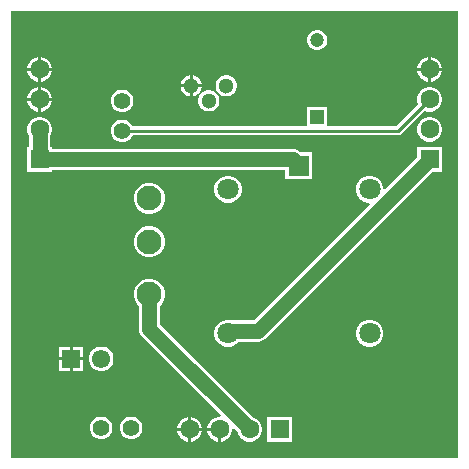
<source format=gbl>
G04*
G04 #@! TF.GenerationSoftware,Altium Limited,Altium Designer,21.8.1 (53)*
G04*
G04 Layer_Physical_Order=2*
G04 Layer_Color=16711680*
%FSLAX25Y25*%
%MOIN*%
G70*
G04*
G04 #@! TF.SameCoordinates,F694C61F-55F7-4EF8-90FC-B60A50DA021C*
G04*
G04*
G04 #@! TF.FilePolarity,Positive*
G04*
G01*
G75*
%ADD10C,0.01000*%
%ADD13R,0.07100X0.07100*%
%ADD14C,0.07100*%
%ADD23C,0.04724*%
%ADD24R,0.04724X0.04724*%
%ADD25C,0.05000*%
%ADD26C,0.05512*%
%ADD27C,0.08268*%
%ADD28C,0.06299*%
%ADD29R,0.06299X0.06299*%
%ADD30R,0.06299X0.06299*%
%ADD31C,0.06102*%
%ADD32R,0.06102X0.06102*%
%ADD33C,0.05118*%
G36*
X149500Y500D02*
X500D01*
Y149500D01*
X149500D01*
Y500D01*
D02*
G37*
%LPC*%
G36*
X102943Y143157D02*
X102057D01*
X101202Y142928D01*
X100436Y142486D01*
X99810Y141860D01*
X99367Y141093D01*
X99138Y140238D01*
Y139353D01*
X99367Y138497D01*
X99810Y137731D01*
X100436Y137105D01*
X101202Y136662D01*
X102057Y136433D01*
X102943D01*
X103798Y136662D01*
X104564Y137105D01*
X105190Y137731D01*
X105633Y138497D01*
X105862Y139353D01*
Y140238D01*
X105633Y141093D01*
X105190Y141860D01*
X104564Y142486D01*
X103798Y142928D01*
X102943Y143157D01*
D02*
G37*
G36*
X140546Y134150D02*
X140500D01*
Y130500D01*
X144150D01*
Y130546D01*
X143867Y131602D01*
X143321Y132548D01*
X142548Y133320D01*
X141602Y133867D01*
X140546Y134150D01*
D02*
G37*
G36*
X10546D02*
X10500D01*
Y130500D01*
X14150D01*
Y130546D01*
X13867Y131602D01*
X13320Y132548D01*
X12548Y133320D01*
X11602Y133867D01*
X10546Y134150D01*
D02*
G37*
G36*
X9500D02*
X9454D01*
X8398Y133867D01*
X7452Y133320D01*
X6679Y132548D01*
X6133Y131602D01*
X5850Y130546D01*
Y130500D01*
X9500D01*
Y134150D01*
D02*
G37*
G36*
X139500D02*
X139454D01*
X138398Y133867D01*
X137452Y133320D01*
X136679Y132548D01*
X136133Y131602D01*
X135850Y130546D01*
Y130500D01*
X139500D01*
Y134150D01*
D02*
G37*
G36*
X144150Y129500D02*
X140500D01*
Y125850D01*
X140546D01*
X141602Y126133D01*
X142548Y126680D01*
X143321Y127452D01*
X143867Y128398D01*
X144150Y129454D01*
Y129500D01*
D02*
G37*
G36*
X139500D02*
X135850D01*
Y129454D01*
X136133Y128398D01*
X136679Y127452D01*
X137452Y126680D01*
X138398Y126133D01*
X139454Y125850D01*
X139500D01*
Y129500D01*
D02*
G37*
G36*
X14150D02*
X10500D01*
Y125850D01*
X10546D01*
X11602Y126133D01*
X12548Y126680D01*
X13320Y127452D01*
X13867Y128398D01*
X14150Y129454D01*
Y129500D01*
D02*
G37*
G36*
X9500D02*
X5850D01*
Y129454D01*
X6133Y128398D01*
X6679Y127452D01*
X7452Y126680D01*
X8398Y126133D01*
X9454Y125850D01*
X9500D01*
Y129500D01*
D02*
G37*
G36*
X61000Y128051D02*
Y125000D01*
X64051D01*
X63816Y125874D01*
X63348Y126685D01*
X62685Y127348D01*
X61874Y127816D01*
X61000Y128051D01*
D02*
G37*
G36*
X60000D02*
X59126Y127816D01*
X58315Y127348D01*
X57652Y126685D01*
X57183Y125874D01*
X56949Y125000D01*
X60000D01*
Y128051D01*
D02*
G37*
G36*
X64051Y124000D02*
X61000D01*
Y120949D01*
X61874Y121184D01*
X62685Y121652D01*
X63348Y122315D01*
X63816Y123126D01*
X64051Y124000D01*
D02*
G37*
G36*
X60000D02*
X56949D01*
X57183Y123126D01*
X57652Y122315D01*
X58315Y121652D01*
X59126Y121184D01*
X60000Y120949D01*
Y124000D01*
D02*
G37*
G36*
X72662Y128059D02*
X71724D01*
X70819Y127816D01*
X70008Y127348D01*
X69345Y126685D01*
X68876Y125874D01*
X68634Y124969D01*
Y124031D01*
X68876Y123126D01*
X69345Y122315D01*
X70008Y121652D01*
X70819Y121184D01*
X71724Y120941D01*
X72662D01*
X73567Y121184D01*
X74378Y121652D01*
X75041Y122315D01*
X75509Y123126D01*
X75752Y124031D01*
Y124969D01*
X75509Y125874D01*
X75041Y126685D01*
X74378Y127348D01*
X73567Y127816D01*
X72662Y128059D01*
D02*
G37*
G36*
X10546Y124150D02*
X10500D01*
Y120500D01*
X14150D01*
Y120546D01*
X13867Y121602D01*
X13320Y122548D01*
X12548Y123320D01*
X11602Y123867D01*
X10546Y124150D01*
D02*
G37*
G36*
X9500D02*
X9454D01*
X8398Y123867D01*
X7452Y123320D01*
X6679Y122548D01*
X6133Y121602D01*
X5850Y120546D01*
Y120500D01*
X9500D01*
Y124150D01*
D02*
G37*
G36*
X66815Y123059D02*
X65878D01*
X64973Y122817D01*
X64161Y122348D01*
X63499Y121685D01*
X63030Y120874D01*
X62787Y119969D01*
Y119031D01*
X63030Y118126D01*
X63499Y117315D01*
X64161Y116652D01*
X64973Y116183D01*
X65878Y115941D01*
X66815D01*
X67720Y116183D01*
X68532Y116652D01*
X69194Y117315D01*
X69663Y118126D01*
X69906Y119031D01*
Y119969D01*
X69663Y120874D01*
X69194Y121685D01*
X68532Y122348D01*
X67720Y122817D01*
X66815Y123059D01*
D02*
G37*
G36*
X14150Y119500D02*
X10500D01*
Y115850D01*
X10546D01*
X11602Y116133D01*
X12548Y116680D01*
X13320Y117452D01*
X13867Y118398D01*
X14150Y119454D01*
Y119500D01*
D02*
G37*
G36*
X9500D02*
X5850D01*
Y119454D01*
X6133Y118398D01*
X6679Y117452D01*
X7452Y116680D01*
X8398Y116133D01*
X9454Y115850D01*
X9500D01*
Y119500D01*
D02*
G37*
G36*
X37995Y123256D02*
X37005D01*
X36050Y123000D01*
X35194Y122505D01*
X34495Y121806D01*
X34000Y120950D01*
X33744Y119994D01*
Y119006D01*
X34000Y118050D01*
X34495Y117194D01*
X35194Y116495D01*
X36050Y116000D01*
X37005Y115744D01*
X37995D01*
X38950Y116000D01*
X39806Y116495D01*
X40505Y117194D01*
X41000Y118050D01*
X41256Y119006D01*
Y119994D01*
X41000Y120950D01*
X40505Y121806D01*
X39806Y122505D01*
X38950Y123000D01*
X37995Y123256D01*
D02*
G37*
G36*
X140546Y124150D02*
X139454D01*
X138398Y123867D01*
X137452Y123320D01*
X136679Y122548D01*
X136133Y121602D01*
X135850Y120546D01*
Y119454D01*
X136133Y118398D01*
X136171Y118333D01*
X128867Y111029D01*
X105862D01*
Y117567D01*
X99138D01*
Y111029D01*
X40954D01*
X40505Y111806D01*
X39806Y112505D01*
X38950Y113000D01*
X37995Y113256D01*
X37005D01*
X36050Y113000D01*
X35194Y112505D01*
X34495Y111806D01*
X34000Y110950D01*
X33744Y109994D01*
Y109005D01*
X34000Y108050D01*
X34495Y107194D01*
X35194Y106494D01*
X36050Y106000D01*
X37005Y105744D01*
X37995D01*
X38950Y106000D01*
X39806Y106494D01*
X40505Y107194D01*
X40954Y107971D01*
X129500D01*
X130085Y108087D01*
X130581Y108419D01*
X138333Y116171D01*
X138398Y116133D01*
X139454Y115850D01*
X140546D01*
X141602Y116133D01*
X142548Y116680D01*
X143321Y117452D01*
X143867Y118398D01*
X144150Y119454D01*
Y120546D01*
X143867Y121602D01*
X143321Y122548D01*
X142548Y123320D01*
X141602Y123867D01*
X140546Y124150D01*
D02*
G37*
G36*
Y114150D02*
X139454D01*
X138398Y113867D01*
X137452Y113321D01*
X136679Y112548D01*
X136133Y111602D01*
X135850Y110546D01*
Y109454D01*
X136133Y108398D01*
X136679Y107452D01*
X137452Y106679D01*
X138398Y106133D01*
X139454Y105850D01*
X140546D01*
X141602Y106133D01*
X142548Y106679D01*
X143321Y107452D01*
X143867Y108398D01*
X144150Y109454D01*
Y110546D01*
X143867Y111602D01*
X143321Y112548D01*
X142548Y113321D01*
X141602Y113867D01*
X140546Y114150D01*
D02*
G37*
G36*
X10546D02*
X9454D01*
X8398Y113867D01*
X7452Y113321D01*
X6679Y112548D01*
X6133Y111602D01*
X5850Y110546D01*
Y109454D01*
X6133Y108398D01*
X6470Y107815D01*
Y104150D01*
X5850D01*
Y95850D01*
X14150D01*
Y96470D01*
X91828D01*
Y93352D01*
X100928D01*
Y102452D01*
X96820D01*
X96776Y102496D01*
X96045Y103057D01*
X95194Y103410D01*
X94280Y103530D01*
X14150D01*
Y104150D01*
X13530D01*
Y107815D01*
X13867Y108398D01*
X14150Y109454D01*
Y110546D01*
X13867Y111602D01*
X13320Y112548D01*
X12548Y113321D01*
X11602Y113867D01*
X10546Y114150D01*
D02*
G37*
G36*
X144150Y104150D02*
X135850D01*
Y100843D01*
X125012Y90004D01*
X124550Y90196D01*
Y90627D01*
X124240Y91785D01*
X123641Y92822D01*
X122794Y93669D01*
X121756Y94268D01*
X120599Y94578D01*
X119401D01*
X118244Y94268D01*
X117206Y93669D01*
X116359Y92822D01*
X115760Y91785D01*
X115450Y90627D01*
Y89429D01*
X115760Y88272D01*
X116359Y87235D01*
X117206Y86387D01*
X118244Y85788D01*
X119401Y85478D01*
X119833D01*
X120024Y85016D01*
X81295Y46287D01*
X74335D01*
X73355Y46550D01*
X72157D01*
X71000Y46240D01*
X69962Y45641D01*
X69115Y44794D01*
X68516Y43756D01*
X68206Y42599D01*
Y41401D01*
X68516Y40244D01*
X69115Y39206D01*
X69962Y38359D01*
X71000Y37760D01*
X72157Y37450D01*
X73355D01*
X74512Y37760D01*
X75550Y38359D01*
X76397Y39206D01*
X76409Y39227D01*
X82757D01*
X83671Y39347D01*
X84522Y39700D01*
X85253Y40261D01*
X140843Y95850D01*
X144150D01*
Y104150D01*
D02*
G37*
G36*
X73355Y94578D02*
X72157D01*
X71000Y94268D01*
X69962Y93669D01*
X69115Y92822D01*
X68516Y91785D01*
X68206Y90627D01*
Y89429D01*
X68516Y88272D01*
X69115Y87235D01*
X69962Y86387D01*
X71000Y85788D01*
X72157Y85478D01*
X73355D01*
X74512Y85788D01*
X75550Y86387D01*
X76397Y87235D01*
X76996Y88272D01*
X77306Y89429D01*
Y90627D01*
X76996Y91785D01*
X76397Y92822D01*
X75550Y93669D01*
X74512Y94268D01*
X73355Y94578D01*
D02*
G37*
G36*
X47176Y92134D02*
X45824D01*
X44518Y91784D01*
X43348Y91108D01*
X42392Y90152D01*
X41716Y88982D01*
X41366Y87676D01*
Y86324D01*
X41716Y85018D01*
X42392Y83848D01*
X43348Y82892D01*
X44518Y82216D01*
X45824Y81866D01*
X47176D01*
X48482Y82216D01*
X49652Y82892D01*
X50608Y83848D01*
X51284Y85018D01*
X51634Y86324D01*
Y87676D01*
X51284Y88982D01*
X50608Y90152D01*
X49652Y91108D01*
X48482Y91784D01*
X47176Y92134D01*
D02*
G37*
G36*
Y77634D02*
X45824D01*
X44518Y77284D01*
X43348Y76608D01*
X42392Y75652D01*
X41716Y74482D01*
X41366Y73176D01*
Y71824D01*
X41716Y70518D01*
X42392Y69348D01*
X43348Y68392D01*
X44518Y67716D01*
X45824Y67366D01*
X47176D01*
X48482Y67716D01*
X49652Y68392D01*
X50608Y69348D01*
X51284Y70518D01*
X51634Y71824D01*
Y73176D01*
X51284Y74482D01*
X50608Y75652D01*
X49652Y76608D01*
X48482Y77284D01*
X47176Y77634D01*
D02*
G37*
G36*
X120599Y46550D02*
X119401D01*
X118244Y46240D01*
X117206Y45641D01*
X116359Y44794D01*
X115760Y43756D01*
X115450Y42599D01*
Y41401D01*
X115760Y40244D01*
X116359Y39206D01*
X117206Y38359D01*
X118244Y37760D01*
X119401Y37450D01*
X120599D01*
X121756Y37760D01*
X122794Y38359D01*
X123641Y39206D01*
X124240Y40244D01*
X124550Y41401D01*
Y42599D01*
X124240Y43756D01*
X123641Y44794D01*
X122794Y45641D01*
X121756Y46240D01*
X120599Y46550D01*
D02*
G37*
G36*
X24551Y37551D02*
X21000D01*
Y34000D01*
X24551D01*
Y37551D01*
D02*
G37*
G36*
X20000D02*
X16449D01*
Y34000D01*
X20000D01*
Y37551D01*
D02*
G37*
G36*
X31033D02*
X29967D01*
X28936Y37275D01*
X28012Y36742D01*
X27258Y35987D01*
X26725Y35064D01*
X26449Y34033D01*
Y32967D01*
X26725Y31936D01*
X27258Y31012D01*
X28012Y30258D01*
X28936Y29725D01*
X29967Y29449D01*
X31033D01*
X32064Y29725D01*
X32987Y30258D01*
X33742Y31012D01*
X34275Y31936D01*
X34551Y32967D01*
Y34033D01*
X34275Y35064D01*
X33742Y35987D01*
X32987Y36742D01*
X32064Y37275D01*
X31033Y37551D01*
D02*
G37*
G36*
X24551Y33000D02*
X21000D01*
Y29449D01*
X24551D01*
Y33000D01*
D02*
G37*
G36*
X20000D02*
X16449D01*
Y29449D01*
X20000D01*
Y33000D01*
D02*
G37*
G36*
X60546Y14150D02*
X60500D01*
Y10500D01*
X64150D01*
Y10546D01*
X63867Y11602D01*
X63320Y12548D01*
X62548Y13320D01*
X61602Y13867D01*
X60546Y14150D01*
D02*
G37*
G36*
X59500D02*
X59454D01*
X58398Y13867D01*
X57452Y13320D01*
X56679Y12548D01*
X56133Y11602D01*
X55850Y10546D01*
Y10500D01*
X59500D01*
Y14150D01*
D02*
G37*
G36*
X40995Y14256D02*
X40005D01*
X39050Y14000D01*
X38194Y13506D01*
X37495Y12806D01*
X37000Y11950D01*
X36744Y10994D01*
Y10006D01*
X37000Y9050D01*
X37495Y8194D01*
X38194Y7495D01*
X39050Y7000D01*
X40005Y6744D01*
X40995D01*
X41950Y7000D01*
X42806Y7495D01*
X43505Y8194D01*
X44000Y9050D01*
X44256Y10006D01*
Y10994D01*
X44000Y11950D01*
X43505Y12806D01*
X42806Y13506D01*
X41950Y14000D01*
X40995Y14256D01*
D02*
G37*
G36*
X30994D02*
X30005D01*
X29050Y14000D01*
X28194Y13506D01*
X27494Y12806D01*
X27000Y11950D01*
X26744Y10994D01*
Y10006D01*
X27000Y9050D01*
X27494Y8194D01*
X28194Y7495D01*
X29050Y7000D01*
X30005Y6744D01*
X30994D01*
X31950Y7000D01*
X32806Y7495D01*
X33505Y8194D01*
X34000Y9050D01*
X34256Y10006D01*
Y10994D01*
X34000Y11950D01*
X33505Y12806D01*
X32806Y13506D01*
X31950Y14000D01*
X30994Y14256D01*
D02*
G37*
G36*
X94150Y14150D02*
X85850D01*
Y5850D01*
X94150D01*
Y14150D01*
D02*
G37*
G36*
X47176Y60134D02*
X45824D01*
X44518Y59784D01*
X43348Y59108D01*
X42392Y58152D01*
X41716Y56982D01*
X41366Y55676D01*
Y54324D01*
X41716Y53018D01*
X42392Y51848D01*
X42970Y51270D01*
Y43500D01*
X43090Y42586D01*
X43443Y41735D01*
X44004Y41004D01*
X70358Y14650D01*
X70151Y14150D01*
X69454D01*
X68398Y13867D01*
X67452Y13320D01*
X66680Y12548D01*
X66133Y11602D01*
X65850Y10546D01*
Y10500D01*
X70000D01*
Y10000D01*
X70500D01*
Y5850D01*
X70546D01*
X71602Y6133D01*
X72548Y6679D01*
X73321Y7452D01*
X73867Y8398D01*
X74150Y9454D01*
Y10151D01*
X74650Y10358D01*
X75959Y9049D01*
X76133Y8398D01*
X76679Y7452D01*
X77452Y6679D01*
X78398Y6133D01*
X79454Y5850D01*
X80546D01*
X81602Y6133D01*
X82548Y6679D01*
X83320Y7452D01*
X83867Y8398D01*
X84150Y9454D01*
Y10546D01*
X83867Y11602D01*
X83320Y12548D01*
X82548Y13320D01*
X81602Y13867D01*
X80951Y14041D01*
X50030Y44962D01*
Y51270D01*
X50608Y51848D01*
X51284Y53018D01*
X51634Y54324D01*
Y55676D01*
X51284Y56982D01*
X50608Y58152D01*
X49652Y59108D01*
X48482Y59784D01*
X47176Y60134D01*
D02*
G37*
G36*
X69500Y9500D02*
X65850D01*
Y9454D01*
X66133Y8398D01*
X66680Y7452D01*
X67452Y6679D01*
X68398Y6133D01*
X69454Y5850D01*
X69500D01*
Y9500D01*
D02*
G37*
G36*
X64150D02*
X60500D01*
Y5850D01*
X60546D01*
X61602Y6133D01*
X62548Y6679D01*
X63320Y7452D01*
X63867Y8398D01*
X64150Y9454D01*
Y9500D01*
D02*
G37*
G36*
X59500D02*
X55850D01*
Y9454D01*
X56133Y8398D01*
X56679Y7452D01*
X57452Y6679D01*
X58398Y6133D01*
X59454Y5850D01*
X59500D01*
Y9500D01*
D02*
G37*
%LPD*%
D10*
X129500Y109500D02*
X140000Y120000D01*
X37500Y109500D02*
X129500D01*
D13*
X96378Y97902D02*
D03*
D14*
X72756Y90028D02*
D03*
Y42000D02*
D03*
X120000D02*
D03*
Y90028D02*
D03*
D23*
X102500Y139795D02*
D03*
D24*
Y114205D02*
D03*
D25*
X10000Y100000D02*
X94280D01*
X96378Y97902D01*
X10000Y100000D02*
Y110000D01*
X73513Y42757D02*
X82757D01*
X140000Y100000D01*
X46500Y43500D02*
X80000Y10000D01*
X46500Y43500D02*
Y55000D01*
D26*
X37500Y109500D02*
D03*
Y119500D02*
D03*
X40500Y10500D02*
D03*
X30500D02*
D03*
D27*
X46500Y55000D02*
D03*
Y87000D02*
D03*
Y72500D02*
D03*
D28*
X140000Y130000D02*
D03*
Y120000D02*
D03*
Y110000D02*
D03*
X60000Y10000D02*
D03*
X70000D02*
D03*
X80000D02*
D03*
X10000Y130000D02*
D03*
Y120000D02*
D03*
Y110000D02*
D03*
D29*
X140000Y100000D02*
D03*
X10000D02*
D03*
D30*
X90000Y10000D02*
D03*
D31*
X30500Y33500D02*
D03*
D32*
X20500D02*
D03*
D33*
X66347Y119500D02*
D03*
X60500Y124500D02*
D03*
X72193D02*
D03*
M02*

</source>
